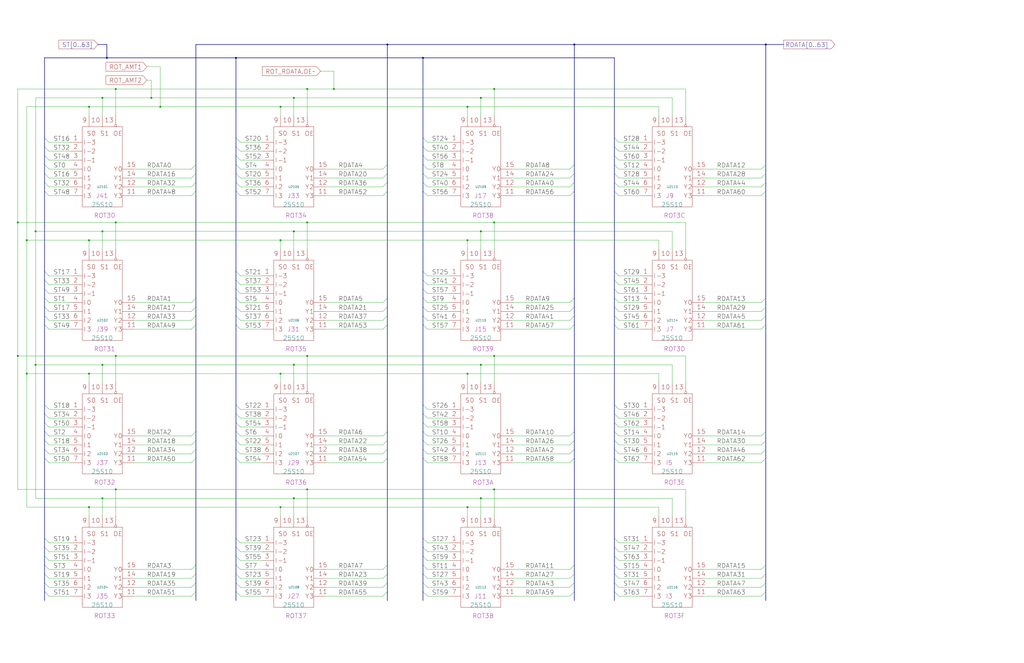
<source format=kicad_sch>
(kicad_sch (version 20211123) (generator eeschema)
  (paper "User" 584.2 378.46)
  (title_block (title "ROTATOR TIER 3") (date "20-MAR-90") (rev "1.0") (comment 1 "FIU") (comment 2 "232-003065") (comment 3 "S400") (comment 4 "RELEASED"))
  (junction (at 274.32 55.88))
  (junction (at 66.04 50.8))
  (junction (at 20.32 132.08))
  (junction (at 274.32 132.08))
  (junction (at 190.5 50.8))
  (junction (at 266.7 60.96))
  (junction (at 327.66 25.4))
  (junction (at 10.16 127))
  (junction (at 281.94 279.4))
  (junction (at 10.16 203.2))
  (junction (at 91.44 60.96))
  (junction (at 50.8 289.56))
  (junction (at 266.7 289.56))
  (junction (at 58.42 132.08))
  (junction (at 66.04 279.4))
  (junction (at 15.24 137.16))
  (junction (at 220.98 25.4))
  (junction (at 86.36 55.88))
  (junction (at 175.26 50.8))
  (junction (at 175.26 203.2))
  (junction (at 50.8 60.96))
  (junction (at 50.8 137.16))
  (junction (at 281.94 203.2))
  (junction (at 436.88 25.4))
  (junction (at 58.42 55.88))
  (junction (at 20.32 208.28))
  (junction (at 274.32 284.48))
  (junction (at 160.02 137.16))
  (junction (at 66.04 127))
  (junction (at 160.02 213.36))
  (junction (at 175.26 279.4))
  (junction (at 241.3 33.02))
  (junction (at 175.26 127))
  (junction (at 167.64 284.48))
  (junction (at 160.02 60.96))
  (junction (at 167.64 132.08))
  (junction (at 15.24 213.36))
  (junction (at 281.94 50.8))
  (junction (at 167.64 55.88))
  (junction (at 266.7 137.16))
  (junction (at 58.42 284.48))
  (junction (at 281.94 127))
  (junction (at 58.42 208.28))
  (junction (at 134.62 33.02))
  (junction (at 66.04 203.2))
  (junction (at 60.96 33.02))
  (junction (at 266.7 213.36))
  (junction (at 274.32 208.28))
  (junction (at 160.02 289.56))
  (junction (at 50.8 213.36))
  (junction (at 167.64 208.28))
  (bus_entry (at 436.88 332.74) (size -2.54 2.54))
  (bus_entry (at 241.3 170.18) (size 2.54 2.54))
  (bus_entry (at 241.3 256.54) (size 2.54 2.54))
  (bus_entry (at 25.4 312.42) (size 2.54 2.54))
  (bus_entry (at 241.3 337.82) (size 2.54 2.54))
  (bus_entry (at 111.76 256.54) (size -2.54 2.54))
  (bus_entry (at 350.52 175.26) (size 2.54 2.54))
  (bus_entry (at 134.62 165.1) (size 2.54 2.54))
  (bus_entry (at 111.76 93.98) (size -2.54 2.54))
  (bus_entry (at 436.88 170.18) (size -2.54 2.54))
  (bus_entry (at 25.4 104.14) (size 2.54 2.54))
  (bus_entry (at 327.66 93.98) (size -2.54 2.54))
  (bus_entry (at 134.62 180.34) (size 2.54 2.54))
  (bus_entry (at 241.3 93.98) (size 2.54 2.54))
  (bus_entry (at 327.66 337.82) (size -2.54 2.54))
  (bus_entry (at 350.52 170.18) (size 2.54 2.54))
  (bus_entry (at 220.98 261.62) (size -2.54 2.54))
  (bus_entry (at 134.62 322.58) (size 2.54 2.54))
  (bus_entry (at 241.3 327.66) (size 2.54 2.54))
  (bus_entry (at 350.52 185.42) (size 2.54 2.54))
  (bus_entry (at 25.4 261.62) (size 2.54 2.54))
  (bus_entry (at 241.3 78.74) (size 2.54 2.54))
  (bus_entry (at 220.98 322.58) (size -2.54 2.54))
  (bus_entry (at 220.98 170.18) (size -2.54 2.54))
  (bus_entry (at 350.52 241.3) (size 2.54 2.54))
  (bus_entry (at 241.3 251.46) (size 2.54 2.54))
  (bus_entry (at 327.66 170.18) (size -2.54 2.54))
  (bus_entry (at 350.52 246.38) (size 2.54 2.54))
  (bus_entry (at 220.98 99.06) (size -2.54 2.54))
  (bus_entry (at 25.4 317.5) (size 2.54 2.54))
  (bus_entry (at 241.3 246.38) (size 2.54 2.54))
  (bus_entry (at 25.4 231.14) (size 2.54 2.54))
  (bus_entry (at 327.66 185.42) (size -2.54 2.54))
  (bus_entry (at 350.52 332.74) (size 2.54 2.54))
  (bus_entry (at 436.88 256.54) (size -2.54 2.54))
  (bus_entry (at 241.3 317.5) (size 2.54 2.54))
  (bus_entry (at 25.4 307.34) (size 2.54 2.54))
  (bus_entry (at 220.98 109.22) (size -2.54 2.54))
  (bus_entry (at 241.3 180.34) (size 2.54 2.54))
  (bus_entry (at 241.3 104.14) (size 2.54 2.54))
  (bus_entry (at 220.98 180.34) (size -2.54 2.54))
  (bus_entry (at 327.66 180.34) (size -2.54 2.54))
  (bus_entry (at 25.4 109.22) (size 2.54 2.54))
  (bus_entry (at 327.66 261.62) (size -2.54 2.54))
  (bus_entry (at 350.52 261.62) (size 2.54 2.54))
  (bus_entry (at 350.52 88.9) (size 2.54 2.54))
  (bus_entry (at 134.62 93.98) (size 2.54 2.54))
  (bus_entry (at 241.3 165.1) (size 2.54 2.54))
  (bus_entry (at 241.3 88.9) (size 2.54 2.54))
  (bus_entry (at 350.52 180.34) (size 2.54 2.54))
  (bus_entry (at 241.3 241.3) (size 2.54 2.54))
  (bus_entry (at 436.88 327.66) (size -2.54 2.54))
  (bus_entry (at 327.66 251.46) (size -2.54 2.54))
  (bus_entry (at 25.4 251.46) (size 2.54 2.54))
  (bus_entry (at 241.3 261.62) (size 2.54 2.54))
  (bus_entry (at 436.88 322.58) (size -2.54 2.54))
  (bus_entry (at 220.98 332.74) (size -2.54 2.54))
  (bus_entry (at 241.3 307.34) (size 2.54 2.54))
  (bus_entry (at 350.52 154.94) (size 2.54 2.54))
  (bus_entry (at 134.62 307.34) (size 2.54 2.54))
  (bus_entry (at 111.76 322.58) (size -2.54 2.54))
  (bus_entry (at 134.62 251.46) (size 2.54 2.54))
  (bus_entry (at 350.52 78.74) (size 2.54 2.54))
  (bus_entry (at 111.76 175.26) (size -2.54 2.54))
  (bus_entry (at 350.52 256.54) (size 2.54 2.54))
  (bus_entry (at 350.52 104.14) (size 2.54 2.54))
  (bus_entry (at 241.3 322.58) (size 2.54 2.54))
  (bus_entry (at 350.52 327.66) (size 2.54 2.54))
  (bus_entry (at 241.3 236.22) (size 2.54 2.54))
  (bus_entry (at 436.88 109.22) (size -2.54 2.54))
  (bus_entry (at 220.98 337.82) (size -2.54 2.54))
  (bus_entry (at 350.52 93.98) (size 2.54 2.54))
  (bus_entry (at 25.4 160.02) (size 2.54 2.54))
  (bus_entry (at 436.88 99.06) (size -2.54 2.54))
  (bus_entry (at 350.52 317.5) (size 2.54 2.54))
  (bus_entry (at 241.3 154.94) (size 2.54 2.54))
  (bus_entry (at 111.76 251.46) (size -2.54 2.54))
  (bus_entry (at 111.76 332.74) (size -2.54 2.54))
  (bus_entry (at 220.98 175.26) (size -2.54 2.54))
  (bus_entry (at 220.98 104.14) (size -2.54 2.54))
  (bus_entry (at 25.4 88.9) (size 2.54 2.54))
  (bus_entry (at 436.88 246.38) (size -2.54 2.54))
  (bus_entry (at 134.62 256.54) (size 2.54 2.54))
  (bus_entry (at 134.62 231.14) (size 2.54 2.54))
  (bus_entry (at 25.4 246.38) (size 2.54 2.54))
  (bus_entry (at 134.62 312.42) (size 2.54 2.54))
  (bus_entry (at 25.4 170.18) (size 2.54 2.54))
  (bus_entry (at 134.62 160.02) (size 2.54 2.54))
  (bus_entry (at 25.4 175.26) (size 2.54 2.54))
  (bus_entry (at 241.3 83.82) (size 2.54 2.54))
  (bus_entry (at 241.3 185.42) (size 2.54 2.54))
  (bus_entry (at 350.52 312.42) (size 2.54 2.54))
  (bus_entry (at 25.4 165.1) (size 2.54 2.54))
  (bus_entry (at 134.62 327.66) (size 2.54 2.54))
  (bus_entry (at 436.88 251.46) (size -2.54 2.54))
  (bus_entry (at 25.4 337.82) (size 2.54 2.54))
  (bus_entry (at 241.3 312.42) (size 2.54 2.54))
  (bus_entry (at 241.3 175.26) (size 2.54 2.54))
  (bus_entry (at 134.62 185.42) (size 2.54 2.54))
  (bus_entry (at 25.4 322.58) (size 2.54 2.54))
  (bus_entry (at 25.4 327.66) (size 2.54 2.54))
  (bus_entry (at 134.62 109.22) (size 2.54 2.54))
  (bus_entry (at 111.76 109.22) (size -2.54 2.54))
  (bus_entry (at 134.62 337.82) (size 2.54 2.54))
  (bus_entry (at 350.52 99.06) (size 2.54 2.54))
  (bus_entry (at 25.4 185.42) (size 2.54 2.54))
  (bus_entry (at 111.76 261.62) (size -2.54 2.54))
  (bus_entry (at 350.52 307.34) (size 2.54 2.54))
  (bus_entry (at 327.66 322.58) (size -2.54 2.54))
  (bus_entry (at 134.62 78.74) (size 2.54 2.54))
  (bus_entry (at 220.98 251.46) (size -2.54 2.54))
  (bus_entry (at 350.52 231.14) (size 2.54 2.54))
  (bus_entry (at 436.88 175.26) (size -2.54 2.54))
  (bus_entry (at 350.52 236.22) (size 2.54 2.54))
  (bus_entry (at 350.52 160.02) (size 2.54 2.54))
  (bus_entry (at 25.4 83.82) (size 2.54 2.54))
  (bus_entry (at 111.76 337.82) (size -2.54 2.54))
  (bus_entry (at 220.98 327.66) (size -2.54 2.54))
  (bus_entry (at 350.52 109.22) (size 2.54 2.54))
  (bus_entry (at 327.66 175.26) (size -2.54 2.54))
  (bus_entry (at 241.3 231.14) (size 2.54 2.54))
  (bus_entry (at 220.98 185.42) (size -2.54 2.54))
  (bus_entry (at 25.4 256.54) (size 2.54 2.54))
  (bus_entry (at 241.3 109.22) (size 2.54 2.54))
  (bus_entry (at 327.66 246.38) (size -2.54 2.54))
  (bus_entry (at 111.76 170.18) (size -2.54 2.54))
  (bus_entry (at 327.66 104.14) (size -2.54 2.54))
  (bus_entry (at 327.66 256.54) (size -2.54 2.54))
  (bus_entry (at 25.4 332.74) (size 2.54 2.54))
  (bus_entry (at 436.88 180.34) (size -2.54 2.54))
  (bus_entry (at 25.4 93.98) (size 2.54 2.54))
  (bus_entry (at 350.52 83.82) (size 2.54 2.54))
  (bus_entry (at 134.62 170.18) (size 2.54 2.54))
  (bus_entry (at 134.62 104.14) (size 2.54 2.54))
  (bus_entry (at 111.76 104.14) (size -2.54 2.54))
  (bus_entry (at 25.4 236.22) (size 2.54 2.54))
  (bus_entry (at 436.88 261.62) (size -2.54 2.54))
  (bus_entry (at 436.88 104.14) (size -2.54 2.54))
  (bus_entry (at 134.62 261.62) (size 2.54 2.54))
  (bus_entry (at 350.52 165.1) (size 2.54 2.54))
  (bus_entry (at 134.62 175.26) (size 2.54 2.54))
  (bus_entry (at 134.62 246.38) (size 2.54 2.54))
  (bus_entry (at 134.62 317.5) (size 2.54 2.54))
  (bus_entry (at 241.3 99.06) (size 2.54 2.54))
  (bus_entry (at 25.4 78.74) (size 2.54 2.54))
  (bus_entry (at 111.76 185.42) (size -2.54 2.54))
  (bus_entry (at 134.62 241.3) (size 2.54 2.54))
  (bus_entry (at 241.3 160.02) (size 2.54 2.54))
  (bus_entry (at 327.66 327.66) (size -2.54 2.54))
  (bus_entry (at 134.62 99.06) (size 2.54 2.54))
  (bus_entry (at 25.4 99.06) (size 2.54 2.54))
  (bus_entry (at 134.62 236.22) (size 2.54 2.54))
  (bus_entry (at 134.62 154.94) (size 2.54 2.54))
  (bus_entry (at 134.62 88.9) (size 2.54 2.54))
  (bus_entry (at 220.98 93.98) (size -2.54 2.54))
  (bus_entry (at 25.4 180.34) (size 2.54 2.54))
  (bus_entry (at 350.52 337.82) (size 2.54 2.54))
  (bus_entry (at 134.62 83.82) (size 2.54 2.54))
  (bus_entry (at 111.76 327.66) (size -2.54 2.54))
  (bus_entry (at 25.4 241.3) (size 2.54 2.54))
  (bus_entry (at 436.88 185.42) (size -2.54 2.54))
  (bus_entry (at 134.62 332.74) (size 2.54 2.54))
  (bus_entry (at 111.76 180.34) (size -2.54 2.54))
  (bus_entry (at 111.76 246.38) (size -2.54 2.54))
  (bus_entry (at 436.88 93.98) (size -2.54 2.54))
  (bus_entry (at 350.52 322.58) (size 2.54 2.54))
  (bus_entry (at 327.66 99.06) (size -2.54 2.54))
  (bus_entry (at 220.98 256.54) (size -2.54 2.54))
  (bus_entry (at 350.52 251.46) (size 2.54 2.54))
  (bus_entry (at 111.76 99.06) (size -2.54 2.54))
  (bus_entry (at 241.3 332.74) (size 2.54 2.54))
  (bus_entry (at 436.88 337.82) (size -2.54 2.54))
  (bus_entry (at 25.4 154.94) (size 2.54 2.54))
  (bus_entry (at 327.66 332.74) (size -2.54 2.54))
  (bus_entry (at 327.66 109.22) (size -2.54 2.54))
  (bus_entry (at 220.98 246.38) (size -2.54 2.54))
  (wire (pts (xy 353.06 177.8) (xy 365.76 177.8)))
  (bus (pts (xy 350.52 160.02) (xy 350.52 165.1)))
  (bus (pts (xy 241.3 99.06) (xy 241.3 104.14)))
  (wire (pts (xy 167.64 132.08) (xy 167.64 142.24)))
  (bus (pts (xy 25.4 160.02) (xy 25.4 165.1)))
  (wire (pts (xy 266.7 289.56) (xy 266.7 294.64)))
  (bus (pts (xy 134.62 78.74) (xy 134.62 83.82)))
  (wire (pts (xy 292.1 325.12) (xy 325.12 325.12)))
  (wire (pts (xy 137.16 187.96) (xy 149.86 187.96)))
  (bus (pts (xy 241.3 322.58) (xy 241.3 327.66)))
  (wire (pts (xy 27.94 264.16) (xy 40.64 264.16)))
  (wire (pts (xy 50.8 137.16) (xy 50.8 142.24)))
  (bus (pts (xy 350.52 165.1) (xy 350.52 170.18)))
  (bus (pts (xy 350.52 307.34) (xy 350.52 312.42)))
  (bus (pts (xy 350.52 104.14) (xy 350.52 109.22)))
  (bus (pts (xy 436.88 322.58) (xy 436.88 327.66)))
  (bus (pts (xy 436.88 327.66) (xy 436.88 332.74)))
  (bus (pts (xy 25.4 236.22) (xy 25.4 241.3)))
  (bus (pts (xy 220.98 185.42) (xy 220.98 246.38)))
  (wire (pts (xy 243.84 101.6) (xy 256.54 101.6)))
  (wire (pts (xy 175.26 203.2) (xy 175.26 218.44)))
  (bus (pts (xy 134.62 185.42) (xy 134.62 231.14)))
  (wire (pts (xy 401.32 96.52) (xy 434.34 96.52)))
  (wire (pts (xy 383.54 55.88) (xy 383.54 66.04)))
  (bus (pts (xy 25.4 307.34) (xy 25.4 312.42)))
  (wire (pts (xy 281.94 203.2) (xy 281.94 218.44)))
  (wire (pts (xy 58.42 284.48) (xy 58.42 294.64)))
  (wire (pts (xy 243.84 330.2) (xy 256.54 330.2)))
  (wire (pts (xy 243.84 162.56) (xy 256.54 162.56)))
  (bus (pts (xy 436.88 99.06) (xy 436.88 104.14)))
  (wire (pts (xy 137.16 264.16) (xy 149.86 264.16)))
  (wire (pts (xy 243.84 340.36) (xy 256.54 340.36)))
  (bus (pts (xy 111.76 246.38) (xy 111.76 251.46)))
  (wire (pts (xy 76.2 172.72) (xy 109.22 172.72)))
  (wire (pts (xy 137.16 162.56) (xy 149.86 162.56)))
  (wire (pts (xy 58.42 55.88) (xy 58.42 66.04)))
  (wire (pts (xy 243.84 314.96) (xy 256.54 314.96)))
  (wire (pts (xy 391.16 50.8) (xy 391.16 66.04)))
  (wire (pts (xy 137.16 238.76) (xy 149.86 238.76)))
  (bus (pts (xy 241.3 307.34) (xy 241.3 312.42)))
  (bus (pts (xy 241.3 175.26) (xy 241.3 180.34)))
  (bus (pts (xy 134.62 99.06) (xy 134.62 104.14)))
  (wire (pts (xy 185.42 340.36) (xy 218.44 340.36)))
  (bus (pts (xy 350.52 322.58) (xy 350.52 327.66)))
  (bus (pts (xy 327.66 332.74) (xy 327.66 337.82)))
  (wire (pts (xy 15.24 60.96) (xy 50.8 60.96)))
  (wire (pts (xy 50.8 60.96) (xy 91.44 60.96)))
  (wire (pts (xy 50.8 289.56) (xy 15.24 289.56)))
  (wire (pts (xy 91.44 60.96) (xy 160.02 60.96)))
  (wire (pts (xy 160.02 60.96) (xy 266.7 60.96)))
  (wire (pts (xy 160.02 289.56) (xy 50.8 289.56)))
  (wire (pts (xy 266.7 60.96) (xy 375.92 60.96)))
  (wire (pts (xy 266.7 289.56) (xy 160.02 289.56)))
  (wire (pts (xy 375.92 289.56) (xy 266.7 289.56)))
  (wire (pts (xy 292.1 254) (xy 325.12 254)))
  (wire (pts (xy 353.06 162.56) (xy 365.76 162.56)))
  (bus (pts (xy 134.62 312.42) (xy 134.62 317.5)))
  (wire (pts (xy 27.94 335.28) (xy 40.64 335.28)))
  (bus (pts (xy 327.66 175.26) (xy 327.66 180.34)))
  (bus (pts (xy 327.66 180.34) (xy 327.66 185.42)))
  (wire (pts (xy 160.02 289.56) (xy 160.02 294.64)))
  (wire (pts (xy 401.32 177.8) (xy 434.34 177.8)))
  (wire (pts (xy 27.94 233.68) (xy 40.64 233.68)))
  (bus (pts (xy 241.3 231.14) (xy 241.3 236.22)))
  (bus (pts (xy 134.62 154.94) (xy 134.62 160.02)))
  (bus (pts (xy 220.98 175.26) (xy 220.98 180.34)))
  (wire (pts (xy 274.32 55.88) (xy 274.32 66.04)))
  (wire (pts (xy 185.42 177.8) (xy 218.44 177.8)))
  (wire (pts (xy 401.32 325.12) (xy 434.34 325.12)))
  (bus (pts (xy 25.4 332.74) (xy 25.4 337.82)))
  (bus (pts (xy 327.66 261.62) (xy 327.66 322.58)))
  (wire (pts (xy 292.1 96.52) (xy 325.12 96.52)))
  (wire (pts (xy 391.16 127) (xy 391.16 142.24)))
  (bus (pts (xy 350.52 109.22) (xy 350.52 154.94)))
  (bus (pts (xy 350.52 317.5) (xy 350.52 322.58)))
  (wire (pts (xy 353.06 182.88) (xy 365.76 182.88)))
  (wire (pts (xy 401.32 187.96) (xy 434.34 187.96)))
  (wire (pts (xy 27.94 182.88) (xy 40.64 182.88)))
  (bus (pts (xy 350.52 337.82) (xy 350.52 342.9)))
  (wire (pts (xy 353.06 314.96) (xy 365.76 314.96)))
  (wire (pts (xy 27.94 325.12) (xy 40.64 325.12)))
  (wire (pts (xy 353.06 91.44) (xy 365.76 91.44)))
  (bus (pts (xy 241.3 33.02) (xy 350.52 33.02)))
  (bus (pts (xy 436.88 25.4) (xy 436.88 93.98)))
  (bus (pts (xy 350.52 154.94) (xy 350.52 160.02)))
  (bus (pts (xy 25.4 33.02) (xy 25.4 78.74)))
  (wire (pts (xy 15.24 60.96) (xy 15.24 137.16)))
  (wire (pts (xy 15.24 137.16) (xy 15.24 213.36)))
  (wire (pts (xy 15.24 213.36) (xy 15.24 289.56)))
  (wire (pts (xy 50.8 213.36) (xy 15.24 213.36)))
  (wire (pts (xy 160.02 213.36) (xy 50.8 213.36)))
  (wire (pts (xy 266.7 213.36) (xy 160.02 213.36)))
  (wire (pts (xy 375.92 213.36) (xy 266.7 213.36)))
  (wire (pts (xy 137.16 254) (xy 149.86 254)))
  (bus (pts (xy 436.88 251.46) (xy 436.88 256.54)))
  (wire (pts (xy 185.42 111.76) (xy 218.44 111.76)))
  (wire (pts (xy 76.2 177.8) (xy 109.22 177.8)))
  (wire (pts (xy 292.1 177.8) (xy 325.12 177.8)))
  (bus (pts (xy 350.52 327.66) (xy 350.52 332.74)))
  (bus (pts (xy 111.76 185.42) (xy 111.76 246.38)))
  (wire (pts (xy 27.94 340.36) (xy 40.64 340.36)))
  (wire (pts (xy 243.84 243.84) (xy 256.54 243.84)))
  (bus (pts (xy 350.52 185.42) (xy 350.52 231.14)))
  (wire (pts (xy 185.42 259.08) (xy 218.44 259.08)))
  (bus (pts (xy 327.66 251.46) (xy 327.66 256.54)))
  (bus (pts (xy 241.3 33.02) (xy 241.3 78.74)))
  (wire (pts (xy 243.84 248.92) (xy 256.54 248.92)))
  (bus (pts (xy 327.66 246.38) (xy 327.66 251.46)))
  (bus (pts (xy 134.62 33.02) (xy 241.3 33.02)))
  (wire (pts (xy 353.06 335.28) (xy 365.76 335.28)))
  (bus (pts (xy 220.98 109.22) (xy 220.98 170.18)))
  (wire (pts (xy 27.94 96.52) (xy 40.64 96.52)))
  (bus (pts (xy 134.62 236.22) (xy 134.62 241.3)))
  (bus (pts (xy 25.4 165.1) (xy 25.4 170.18)))
  (wire (pts (xy 243.84 259.08) (xy 256.54 259.08)))
  (wire (pts (xy 401.32 106.68) (xy 434.34 106.68)))
  (wire (pts (xy 137.16 309.88) (xy 149.86 309.88)))
  (bus (pts (xy 241.3 327.66) (xy 241.3 332.74)))
  (wire (pts (xy 292.1 187.96) (xy 325.12 187.96)))
  (bus (pts (xy 436.88 93.98) (xy 436.88 99.06)))
  (bus (pts (xy 25.4 154.94) (xy 25.4 160.02)))
  (wire (pts (xy 20.32 208.28) (xy 58.42 208.28)))
  (wire (pts (xy 58.42 208.28) (xy 167.64 208.28)))
  (wire (pts (xy 167.64 208.28) (xy 274.32 208.28)))
  (wire (pts (xy 274.32 208.28) (xy 383.54 208.28)))
  (wire (pts (xy 391.16 279.4) (xy 391.16 294.64)))
  (wire (pts (xy 383.54 132.08) (xy 383.54 142.24)))
  (wire (pts (xy 243.84 177.8) (xy 256.54 177.8)))
  (wire (pts (xy 27.94 259.08) (xy 40.64 259.08)))
  (bus (pts (xy 327.66 327.66) (xy 327.66 332.74)))
  (bus (pts (xy 25.4 88.9) (xy 25.4 93.98)))
  (bus (pts (xy 111.76 322.58) (xy 111.76 327.66)))
  (bus (pts (xy 436.88 246.38) (xy 436.88 251.46)))
  (wire (pts (xy 353.06 248.92) (xy 365.76 248.92)))
  (wire (pts (xy 137.16 233.68) (xy 149.86 233.68)))
  (bus (pts (xy 350.52 256.54) (xy 350.52 261.62)))
  (wire (pts (xy 66.04 50.8) (xy 66.04 66.04)))
  (wire (pts (xy 76.2 325.12) (xy 109.22 325.12)))
  (bus (pts (xy 350.52 83.82) (xy 350.52 88.9)))
  (wire (pts (xy 243.84 264.16) (xy 256.54 264.16)))
  (bus (pts (xy 220.98 170.18) (xy 220.98 175.26)))
  (wire (pts (xy 137.16 81.28) (xy 149.86 81.28)))
  (wire (pts (xy 375.92 289.56) (xy 375.92 294.64)))
  (bus (pts (xy 134.62 180.34) (xy 134.62 185.42)))
  (bus (pts (xy 241.3 180.34) (xy 241.3 185.42)))
  (bus (pts (xy 134.62 33.02) (xy 134.62 78.74)))
  (wire (pts (xy 185.42 264.16) (xy 218.44 264.16)))
  (bus (pts (xy 436.88 337.82) (xy 436.88 342.9)))
  (bus (pts (xy 134.62 175.26) (xy 134.62 180.34)))
  (wire (pts (xy 401.32 101.6) (xy 434.34 101.6)))
  (bus (pts (xy 350.52 33.02) (xy 350.52 78.74)))
  (wire (pts (xy 20.32 132.08) (xy 58.42 132.08)))
  (wire (pts (xy 58.42 132.08) (xy 167.64 132.08)))
  (wire (pts (xy 167.64 132.08) (xy 274.32 132.08)))
  (wire (pts (xy 274.32 132.08) (xy 383.54 132.08)))
  (wire (pts (xy 353.06 101.6) (xy 365.76 101.6)))
  (bus (pts (xy 220.98 180.34) (xy 220.98 185.42)))
  (wire (pts (xy 175.26 127) (xy 175.26 142.24)))
  (bus (pts (xy 111.76 25.4) (xy 220.98 25.4)))
  (wire (pts (xy 167.64 284.48) (xy 167.64 294.64)))
  (bus (pts (xy 134.62 231.14) (xy 134.62 236.22)))
  (wire (pts (xy 175.26 50.8) (xy 175.26 66.04)))
  (wire (pts (xy 274.32 132.08) (xy 274.32 142.24)))
  (bus (pts (xy 25.4 231.14) (xy 25.4 236.22)))
  (bus (pts (xy 134.62 322.58) (xy 134.62 327.66)))
  (wire (pts (xy 27.94 167.64) (xy 40.64 167.64)))
  (bus (pts (xy 220.98 104.14) (xy 220.98 109.22)))
  (wire (pts (xy 401.32 254) (xy 434.34 254)))
  (wire (pts (xy 243.84 182.88) (xy 256.54 182.88)))
  (bus (pts (xy 25.4 246.38) (xy 25.4 251.46)))
  (wire (pts (xy 353.06 172.72) (xy 365.76 172.72)))
  (bus (pts (xy 241.3 170.18) (xy 241.3 175.26)))
  (bus (pts (xy 241.3 160.02) (xy 241.3 165.1)))
  (wire (pts (xy 27.94 86.36) (xy 40.64 86.36)))
  (bus (pts (xy 134.62 317.5) (xy 134.62 322.58)))
  (bus (pts (xy 25.4 322.58) (xy 25.4 327.66)))
  (wire (pts (xy 137.16 330.2) (xy 149.86 330.2)))
  (bus (pts (xy 241.3 332.74) (xy 241.3 337.82)))
  (wire (pts (xy 185.42 96.52) (xy 218.44 96.52)))
  (wire (pts (xy 243.84 309.88) (xy 256.54 309.88)))
  (wire (pts (xy 27.94 187.96) (xy 40.64 187.96)))
  (wire (pts (xy 137.16 111.76) (xy 149.86 111.76)))
  (wire (pts (xy 274.32 284.48) (xy 274.32 294.64)))
  (bus (pts (xy 111.76 337.82) (xy 111.76 342.9)))
  (wire (pts (xy 353.06 320.04) (xy 365.76 320.04)))
  (wire (pts (xy 66.04 127) (xy 66.04 142.24)))
  (bus (pts (xy 25.4 93.98) (xy 25.4 99.06)))
  (bus (pts (xy 241.3 261.62) (xy 241.3 307.34)))
  (wire (pts (xy 27.94 81.28) (xy 40.64 81.28)))
  (bus (pts (xy 134.62 109.22) (xy 134.62 154.94)))
  (wire (pts (xy 20.32 55.88) (xy 58.42 55.88)))
  (wire (pts (xy 20.32 132.08) (xy 20.32 55.88)))
  (wire (pts (xy 20.32 208.28) (xy 20.32 132.08)))
  (wire (pts (xy 20.32 284.48) (xy 20.32 208.28)))
  (wire (pts (xy 58.42 55.88) (xy 86.36 55.88)))
  (wire (pts (xy 58.42 284.48) (xy 20.32 284.48)))
  (wire (pts (xy 86.36 55.88) (xy 167.64 55.88)))
  (wire (pts (xy 167.64 55.88) (xy 274.32 55.88)))
  (wire (pts (xy 167.64 284.48) (xy 58.42 284.48)))
  (wire (pts (xy 274.32 55.88) (xy 383.54 55.88)))
  (wire (pts (xy 274.32 284.48) (xy 167.64 284.48)))
  (wire (pts (xy 383.54 284.48) (xy 274.32 284.48)))
  (wire (pts (xy 137.16 182.88) (xy 149.86 182.88)))
  (bus (pts (xy 25.4 180.34) (xy 25.4 185.42)))
  (bus (pts (xy 350.52 332.74) (xy 350.52 337.82)))
  (wire (pts (xy 167.64 208.28) (xy 167.64 218.44)))
  (bus (pts (xy 134.62 251.46) (xy 134.62 256.54)))
  (bus (pts (xy 327.66 337.82) (xy 327.66 342.9)))
  (wire (pts (xy 292.1 340.36) (xy 325.12 340.36)))
  (wire (pts (xy 266.7 137.16) (xy 266.7 142.24)))
  (wire (pts (xy 266.7 60.96) (xy 266.7 66.04)))
  (wire (pts (xy 27.94 238.76) (xy 40.64 238.76)))
  (bus (pts (xy 436.88 175.26) (xy 436.88 180.34)))
  (wire (pts (xy 76.2 254) (xy 109.22 254)))
  (bus (pts (xy 327.66 93.98) (xy 327.66 99.06)))
  (wire (pts (xy 83.82 38.1) (xy 91.44 38.1)))
  (wire (pts (xy 91.44 38.1) (xy 91.44 60.96)))
  (wire (pts (xy 391.16 203.2) (xy 391.16 218.44)))
  (wire (pts (xy 353.06 106.68) (xy 365.76 106.68)))
  (wire (pts (xy 292.1 101.6) (xy 325.12 101.6)))
  (bus (pts (xy 220.98 332.74) (xy 220.98 337.82)))
  (wire (pts (xy 243.84 111.76) (xy 256.54 111.76)))
  (bus (pts (xy 241.3 104.14) (xy 241.3 109.22)))
  (wire (pts (xy 50.8 213.36) (xy 50.8 218.44)))
  (wire (pts (xy 10.16 203.2) (xy 66.04 203.2)))
  (wire (pts (xy 66.04 203.2) (xy 175.26 203.2)))
  (wire (pts (xy 175.26 203.2) (xy 281.94 203.2)))
  (wire (pts (xy 281.94 203.2) (xy 391.16 203.2)))
  (bus (pts (xy 436.88 261.62) (xy 436.88 322.58)))
  (wire (pts (xy 76.2 335.28) (xy 109.22 335.28)))
  (wire (pts (xy 243.84 96.52) (xy 256.54 96.52)))
  (wire (pts (xy 76.2 330.2) (xy 109.22 330.2)))
  (bus (pts (xy 25.4 175.26) (xy 25.4 180.34)))
  (wire (pts (xy 401.32 259.08) (xy 434.34 259.08)))
  (wire (pts (xy 243.84 81.28) (xy 256.54 81.28)))
  (wire (pts (xy 266.7 213.36) (xy 266.7 218.44)))
  (wire (pts (xy 167.64 55.88) (xy 167.64 66.04)))
  (wire (pts (xy 76.2 264.16) (xy 109.22 264.16)))
  (wire (pts (xy 76.2 111.76) (xy 109.22 111.76)))
  (wire (pts (xy 353.06 81.28) (xy 365.76 81.28)))
  (wire (pts (xy 137.16 248.92) (xy 149.86 248.92)))
  (wire (pts (xy 292.1 259.08) (xy 325.12 259.08)))
  (wire (pts (xy 353.06 111.76) (xy 365.76 111.76)))
  (wire (pts (xy 401.32 182.88) (xy 434.34 182.88)))
  (wire (pts (xy 292.1 248.92) (xy 325.12 248.92)))
  (bus (pts (xy 241.3 312.42) (xy 241.3 317.5)))
  (bus (pts (xy 25.4 312.42) (xy 25.4 317.5)))
  (wire (pts (xy 27.94 162.56) (xy 40.64 162.56)))
  (bus (pts (xy 327.66 185.42) (xy 327.66 246.38)))
  (bus (pts (xy 241.3 256.54) (xy 241.3 261.62)))
  (wire (pts (xy 375.92 60.96) (xy 375.92 66.04)))
  (bus (pts (xy 241.3 251.46) (xy 241.3 256.54)))
  (wire (pts (xy 137.16 259.08) (xy 149.86 259.08)))
  (bus (pts (xy 25.4 104.14) (xy 25.4 109.22)))
  (wire (pts (xy 185.42 172.72) (xy 218.44 172.72)))
  (bus (pts (xy 25.4 33.02) (xy 60.96 33.02)))
  (bus (pts (xy 60.96 33.02) (xy 134.62 33.02)))
  (bus (pts (xy 436.88 109.22) (xy 436.88 170.18)))
  (bus (pts (xy 25.4 109.22) (xy 25.4 154.94)))
  (bus (pts (xy 134.62 241.3) (xy 134.62 246.38)))
  (wire (pts (xy 76.2 101.6) (xy 109.22 101.6)))
  (wire (pts (xy 243.84 254) (xy 256.54 254)))
  (bus (pts (xy 241.3 241.3) (xy 241.3 246.38)))
  (wire (pts (xy 292.1 264.16) (xy 325.12 264.16)))
  (bus (pts (xy 327.66 109.22) (xy 327.66 170.18)))
  (wire (pts (xy 27.94 248.92) (xy 40.64 248.92)))
  (bus (pts (xy 241.3 236.22) (xy 241.3 241.3)))
  (wire (pts (xy 281.94 127) (xy 281.94 142.24)))
  (bus (pts (xy 220.98 251.46) (xy 220.98 256.54)))
  (wire (pts (xy 185.42 187.96) (xy 218.44 187.96)))
  (wire (pts (xy 27.94 91.44) (xy 40.64 91.44)))
  (wire (pts (xy 353.06 243.84) (xy 365.76 243.84)))
  (bus (pts (xy 350.52 88.9) (xy 350.52 93.98)))
  (wire (pts (xy 353.06 259.08) (xy 365.76 259.08)))
  (wire (pts (xy 27.94 254) (xy 40.64 254)))
  (bus (pts (xy 25.4 256.54) (xy 25.4 261.62)))
  (bus (pts (xy 134.62 246.38) (xy 134.62 251.46)))
  (bus (pts (xy 220.98 93.98) (xy 220.98 99.06)))
  (wire (pts (xy 27.94 177.8) (xy 40.64 177.8)))
  (bus (pts (xy 220.98 256.54) (xy 220.98 261.62)))
  (wire (pts (xy 185.42 106.68) (xy 218.44 106.68)))
  (wire (pts (xy 274.32 208.28) (xy 274.32 218.44)))
  (wire (pts (xy 58.42 208.28) (xy 58.42 218.44)))
  (wire (pts (xy 353.06 238.76) (xy 365.76 238.76)))
  (wire (pts (xy 27.94 243.84) (xy 40.64 243.84)))
  (wire (pts (xy 137.16 86.36) (xy 149.86 86.36)))
  (bus (pts (xy 436.88 332.74) (xy 436.88 337.82)))
  (bus (pts (xy 327.66 170.18) (xy 327.66 175.26)))
  (wire (pts (xy 383.54 208.28) (xy 383.54 218.44)))
  (bus (pts (xy 350.52 180.34) (xy 350.52 185.42)))
  (wire (pts (xy 76.2 106.68) (xy 109.22 106.68)))
  (bus (pts (xy 134.62 83.82) (xy 134.62 88.9)))
  (wire (pts (xy 185.42 254) (xy 218.44 254)))
  (bus (pts (xy 241.3 78.74) (xy 241.3 83.82)))
  (wire (pts (xy 243.84 320.04) (xy 256.54 320.04)))
  (wire (pts (xy 137.16 101.6) (xy 149.86 101.6)))
  (wire (pts (xy 401.32 335.28) (xy 434.34 335.28)))
  (wire (pts (xy 185.42 248.92) (xy 218.44 248.92)))
  (wire (pts (xy 27.94 101.6) (xy 40.64 101.6)))
  (wire (pts (xy 292.1 172.72) (xy 325.12 172.72)))
  (bus (pts (xy 220.98 99.06) (xy 220.98 104.14)))
  (bus (pts (xy 350.52 261.62) (xy 350.52 307.34)))
  (wire (pts (xy 76.2 248.92) (xy 109.22 248.92)))
  (bus (pts (xy 241.3 165.1) (xy 241.3 170.18)))
  (bus (pts (xy 111.76 332.74) (xy 111.76 337.82)))
  (wire (pts (xy 137.16 91.44) (xy 149.86 91.44)))
  (wire (pts (xy 383.54 284.48) (xy 383.54 294.64)))
  (wire (pts (xy 401.32 111.76) (xy 434.34 111.76)))
  (wire (pts (xy 27.94 172.72) (xy 40.64 172.72)))
  (wire (pts (xy 185.42 335.28) (xy 218.44 335.28)))
  (bus (pts (xy 327.66 99.06) (xy 327.66 104.14)))
  (wire (pts (xy 27.94 330.2) (xy 40.64 330.2)))
  (bus (pts (xy 350.52 99.06) (xy 350.52 104.14)))
  (wire (pts (xy 243.84 335.28) (xy 256.54 335.28)))
  (wire (pts (xy 185.42 330.2) (xy 218.44 330.2)))
  (bus (pts (xy 134.62 88.9) (xy 134.62 93.98)))
  (bus (pts (xy 327.66 256.54) (xy 327.66 261.62)))
  (wire (pts (xy 50.8 289.56) (xy 50.8 294.64)))
  (wire (pts (xy 137.16 320.04) (xy 149.86 320.04)))
  (bus (pts (xy 134.62 332.74) (xy 134.62 337.82)))
  (wire (pts (xy 353.06 325.12) (xy 365.76 325.12)))
  (bus (pts (xy 241.3 109.22) (xy 241.3 154.94)))
  (bus (pts (xy 350.52 93.98) (xy 350.52 99.06)))
  (bus (pts (xy 25.4 170.18) (xy 25.4 175.26)))
  (bus (pts (xy 220.98 261.62) (xy 220.98 322.58)))
  (bus (pts (xy 25.4 241.3) (xy 25.4 246.38)))
  (bus (pts (xy 111.76 93.98) (xy 111.76 99.06)))
  (bus (pts (xy 436.88 25.4) (xy 447.04 25.4)))
  (wire (pts (xy 27.94 309.88) (xy 40.64 309.88)))
  (bus (pts (xy 241.3 337.82) (xy 241.3 342.9)))
  (wire (pts (xy 353.06 167.64) (xy 365.76 167.64)))
  (bus (pts (xy 25.4 337.82) (xy 25.4 342.9)))
  (wire (pts (xy 353.06 264.16) (xy 365.76 264.16)))
  (bus (pts (xy 111.76 261.62) (xy 111.76 322.58)))
  (wire (pts (xy 401.32 330.2) (xy 434.34 330.2)))
  (wire (pts (xy 292.1 106.68) (xy 325.12 106.68)))
  (bus (pts (xy 327.66 104.14) (xy 327.66 109.22)))
  (wire (pts (xy 353.06 254) (xy 365.76 254)))
  (wire (pts (xy 292.1 111.76) (xy 325.12 111.76)))
  (bus (pts (xy 241.3 317.5) (xy 241.3 322.58)))
  (wire (pts (xy 353.06 330.2) (xy 365.76 330.2)))
  (wire (pts (xy 375.92 137.16) (xy 375.92 142.24)))
  (bus (pts (xy 134.62 337.82) (xy 134.62 342.9)))
  (wire (pts (xy 137.16 335.28) (xy 149.86 335.28)))
  (wire (pts (xy 243.84 106.68) (xy 256.54 106.68)))
  (bus (pts (xy 241.3 88.9) (xy 241.3 93.98)))
  (bus (pts (xy 436.88 104.14) (xy 436.88 109.22)))
  (bus (pts (xy 220.98 25.4) (xy 327.66 25.4)))
  (bus (pts (xy 25.4 78.74) (xy 25.4 83.82)))
  (wire (pts (xy 137.16 314.96) (xy 149.86 314.96)))
  (wire (pts (xy 401.32 264.16) (xy 434.34 264.16)))
  (bus (pts (xy 436.88 170.18) (xy 436.88 175.26)))
  (bus (pts (xy 134.62 256.54) (xy 134.62 261.62)))
  (bus (pts (xy 350.52 312.42) (xy 350.52 317.5)))
  (wire (pts (xy 243.84 157.48) (xy 256.54 157.48)))
  (bus (pts (xy 241.3 246.38) (xy 241.3 251.46)))
  (wire (pts (xy 15.24 137.16) (xy 50.8 137.16)))
  (wire (pts (xy 50.8 137.16) (xy 160.02 137.16)))
  (wire (pts (xy 160.02 137.16) (xy 266.7 137.16)))
  (wire (pts (xy 266.7 137.16) (xy 375.92 137.16)))
  (bus (pts (xy 220.98 25.4) (xy 220.98 93.98)))
  (wire (pts (xy 27.94 111.76) (xy 40.64 111.76)))
  (bus (pts (xy 350.52 246.38) (xy 350.52 251.46)))
  (bus (pts (xy 25.4 185.42) (xy 25.4 231.14)))
  (bus (pts (xy 350.52 78.74) (xy 350.52 83.82)))
  (wire (pts (xy 292.1 335.28) (xy 325.12 335.28)))
  (wire (pts (xy 292.1 330.2) (xy 325.12 330.2)))
  (bus (pts (xy 134.62 104.14) (xy 134.62 109.22)))
  (wire (pts (xy 160.02 137.16) (xy 160.02 142.24)))
  (wire (pts (xy 353.06 157.48) (xy 365.76 157.48)))
  (wire (pts (xy 353.06 340.36) (xy 365.76 340.36)))
  (wire (pts (xy 137.16 167.64) (xy 149.86 167.64)))
  (bus (pts (xy 134.62 307.34) (xy 134.62 312.42)))
  (wire (pts (xy 66.04 203.2) (xy 66.04 218.44)))
  (wire (pts (xy 281.94 50.8) (xy 281.94 66.04)))
  (wire (pts (xy 137.16 157.48) (xy 149.86 157.48)))
  (bus (pts (xy 350.52 236.22) (xy 350.52 241.3)))
  (wire (pts (xy 401.32 340.36) (xy 434.34 340.36)))
  (bus (pts (xy 220.98 327.66) (xy 220.98 332.74)))
  (wire (pts (xy 243.84 167.64) (xy 256.54 167.64)))
  (bus (pts (xy 350.52 241.3) (xy 350.52 246.38)))
  (wire (pts (xy 58.42 132.08) (xy 58.42 142.24)))
  (wire (pts (xy 76.2 96.52) (xy 109.22 96.52)))
  (bus (pts (xy 436.88 185.42) (xy 436.88 246.38)))
  (wire (pts (xy 160.02 213.36) (xy 160.02 218.44)))
  (wire (pts (xy 375.92 213.36) (xy 375.92 218.44)))
  (bus (pts (xy 327.66 25.4) (xy 436.88 25.4)))
  (bus (pts (xy 111.76 251.46) (xy 111.76 256.54)))
  (bus (pts (xy 220.98 337.82) (xy 220.98 342.9)))
  (bus (pts (xy 350.52 170.18) (xy 350.52 175.26)))
  (wire (pts (xy 281.94 279.4) (xy 281.94 294.64)))
  (wire (pts (xy 185.42 101.6) (xy 218.44 101.6)))
  (bus (pts (xy 25.4 99.06) (xy 25.4 104.14)))
  (wire (pts (xy 175.26 279.4) (xy 175.26 294.64)))
  (wire (pts (xy 27.94 320.04) (xy 40.64 320.04)))
  (bus (pts (xy 241.3 185.42) (xy 241.3 231.14)))
  (wire (pts (xy 243.84 325.12) (xy 256.54 325.12)))
  (wire (pts (xy 137.16 106.68) (xy 149.86 106.68)))
  (bus (pts (xy 111.76 104.14) (xy 111.76 109.22)))
  (bus (pts (xy 25.4 317.5) (xy 25.4 322.58)))
  (wire (pts (xy 27.94 157.48) (xy 40.64 157.48)))
  (wire (pts (xy 353.06 233.68) (xy 365.76 233.68)))
  (wire (pts (xy 137.16 177.8) (xy 149.86 177.8)))
  (bus (pts (xy 134.62 261.62) (xy 134.62 307.34)))
  (wire (pts (xy 83.82 45.72) (xy 86.36 45.72)))
  (wire (pts (xy 86.36 45.72) (xy 86.36 55.88)))
  (wire (pts (xy 76.2 182.88) (xy 109.22 182.88)))
  (bus (pts (xy 350.52 231.14) (xy 350.52 236.22)))
  (bus (pts (xy 111.76 25.4) (xy 111.76 93.98)))
  (wire (pts (xy 137.16 340.36) (xy 149.86 340.36)))
  (bus (pts (xy 134.62 93.98) (xy 134.62 99.06)))
  (wire (pts (xy 401.32 172.72) (xy 434.34 172.72)))
  (wire (pts (xy 137.16 96.52) (xy 149.86 96.52)))
  (wire (pts (xy 76.2 187.96) (xy 109.22 187.96)))
  (bus (pts (xy 350.52 175.26) (xy 350.52 180.34)))
  (wire (pts (xy 243.84 187.96) (xy 256.54 187.96)))
  (bus (pts (xy 25.4 251.46) (xy 25.4 256.54)))
  (bus (pts (xy 111.76 99.06) (xy 111.76 104.14)))
  (bus (pts (xy 134.62 170.18) (xy 134.62 175.26)))
  (bus (pts (xy 25.4 261.62) (xy 25.4 307.34)))
  (wire (pts (xy 353.06 309.88) (xy 365.76 309.88)))
  (wire (pts (xy 27.94 106.68) (xy 40.64 106.68)))
  (wire (pts (xy 185.42 182.88) (xy 218.44 182.88)))
  (wire (pts (xy 10.16 127) (xy 66.04 127)))
  (wire (pts (xy 66.04 127) (xy 175.26 127)))
  (wire (pts (xy 175.26 127) (xy 281.94 127)))
  (wire (pts (xy 281.94 127) (xy 391.16 127)))
  (wire (pts (xy 243.84 238.76) (xy 256.54 238.76)))
  (bus (pts (xy 111.76 170.18) (xy 111.76 175.26)))
  (wire (pts (xy 401.32 248.92) (xy 434.34 248.92)))
  (bus (pts (xy 134.62 327.66) (xy 134.62 332.74)))
  (bus (pts (xy 220.98 322.58) (xy 220.98 327.66)))
  (bus (pts (xy 436.88 180.34) (xy 436.88 185.42)))
  (bus (pts (xy 220.98 246.38) (xy 220.98 251.46)))
  (wire (pts (xy 182.88 40.64) (xy 190.5 40.64)))
  (wire (pts (xy 190.5 40.64) (xy 190.5 50.8)))
  (wire (pts (xy 137.16 325.12) (xy 149.86 325.12)))
  (wire (pts (xy 353.06 86.36) (xy 365.76 86.36)))
  (wire (pts (xy 353.06 96.52) (xy 365.76 96.52)))
  (wire (pts (xy 76.2 340.36) (xy 109.22 340.36)))
  (wire (pts (xy 27.94 314.96) (xy 40.64 314.96)))
  (bus (pts (xy 327.66 322.58) (xy 327.66 327.66)))
  (bus (pts (xy 111.76 109.22) (xy 111.76 170.18)))
  (bus (pts (xy 134.62 165.1) (xy 134.62 170.18)))
  (bus (pts (xy 55.88 25.4) (xy 60.96 25.4)))
  (bus (pts (xy 60.96 25.4) (xy 60.96 33.02)))
  (wire (pts (xy 10.16 50.8) (xy 10.16 127)))
  (wire (pts (xy 10.16 127) (xy 10.16 203.2)))
  (wire (pts (xy 10.16 203.2) (xy 10.16 279.4)))
  (wire (pts (xy 10.16 279.4) (xy 66.04 279.4)))
  (wire (pts (xy 66.04 50.8) (xy 10.16 50.8)))
  (wire (pts (xy 66.04 279.4) (xy 175.26 279.4)))
  (wire (pts (xy 175.26 50.8) (xy 66.04 50.8)))
  (wire (pts (xy 175.26 279.4) (xy 281.94 279.4)))
  (wire (pts (xy 190.5 50.8) (xy 175.26 50.8)))
  (wire (pts (xy 281.94 50.8) (xy 190.5 50.8)))
  (wire (pts (xy 281.94 279.4) (xy 391.16 279.4)))
  (wire (pts (xy 391.16 50.8) (xy 281.94 50.8)))
  (wire (pts (xy 50.8 60.96) (xy 50.8 66.04)))
  (wire (pts (xy 243.84 233.68) (xy 256.54 233.68)))
  (bus (pts (xy 241.3 93.98) (xy 241.3 99.06)))
  (bus (pts (xy 350.52 251.46) (xy 350.52 256.54)))
  (bus (pts (xy 25.4 83.82) (xy 25.4 88.9)))
  (wire (pts (xy 243.84 91.44) (xy 256.54 91.44)))
  (wire (pts (xy 76.2 259.08) (xy 109.22 259.08)))
  (bus (pts (xy 134.62 160.02) (xy 134.62 165.1)))
  (bus (pts (xy 327.66 25.4) (xy 327.66 93.98)))
  (wire (pts (xy 243.84 172.72) (xy 256.54 172.72)))
  (bus (pts (xy 436.88 256.54) (xy 436.88 261.62)))
  (wire (pts (xy 292.1 182.88) (xy 325.12 182.88)))
  (bus (pts (xy 111.76 327.66) (xy 111.76 332.74)))
  (wire (pts (xy 137.16 172.72) (xy 149.86 172.72)))
  (bus (pts (xy 241.3 154.94) (xy 241.3 160.02)))
  (wire (pts (xy 160.02 60.96) (xy 160.02 66.04)))
  (bus (pts (xy 25.4 327.66) (xy 25.4 332.74)))
  (wire (pts (xy 185.42 325.12) (xy 218.44 325.12)))
  (wire (pts (xy 137.16 243.84) (xy 149.86 243.84)))
  (bus (pts (xy 111.76 256.54) (xy 111.76 261.62)))
  (wire (pts (xy 243.84 86.36) (xy 256.54 86.36)))
  (wire (pts (xy 353.06 187.96) (xy 365.76 187.96)))
  (bus (pts (xy 111.76 175.26) (xy 111.76 180.34)))
  (wire (pts (xy 66.04 279.4) (xy 66.04 294.64)))
  (bus (pts (xy 111.76 180.34) (xy 111.76 185.42)))
  (bus (pts (xy 241.3 83.82) (xy 241.3 88.9)))
  (label "ST25" (at 246.38 177.8 0) (effects (font (size 2.54 2.54))))
  (label "ST62" (at 355.6 264.16 0) (effects (font (size 2.54 2.54))))
  (label "RDATA59" (at 299.72 340.36 0) (effects (font (size 2.54 2.54))))
  (label "ST51" (at 30.48 320.04 0) (effects (font (size 2.54 2.54))))
  (label "ST50" (at 30.48 243.84 0) (effects (font (size 2.54 2.54))))
  (label "ST36" (at 139.7 106.68 0) (effects (font (size 2.54 2.54))))
  (label "RDATA0" (at 83.82 96.52 0) (effects (font (size 2.54 2.54))))
  (label "RDATA51" (at 83.82 340.36 0) (effects (font (size 2.54 2.54))))
  (label "ST40" (at 246.38 86.36 0) (effects (font (size 2.54 2.54))))
  (label "ST23" (at 139.7 330.2 0) (effects (font (size 2.54 2.54))))
  (label "RDATA42" (at 299.72 259.08 0) (effects (font (size 2.54 2.54))))
  (label "ST59" (at 246.38 340.36 0) (effects (font (size 2.54 2.54))))
  (label "ST24" (at 246.38 101.6 0) (effects (font (size 2.54 2.54))))
  (label "RDATA55" (at 193.04 340.36 0) (effects (font (size 2.54 2.54))))
  (label "ST51" (at 30.48 340.36 0) (effects (font (size 2.54 2.54))))
  (label "ST47" (at 355.6 335.28 0) (effects (font (size 2.54 2.54))))
  (label "RDATA48" (at 83.82 111.76 0) (effects (font (size 2.54 2.54))))
  (label "RDATA58" (at 299.72 264.16 0) (effects (font (size 2.54 2.54))))
  (label "ST5" (at 139.7 172.72 0) (effects (font (size 2.54 2.54))))
  (label "ST15" (at 355.6 325.12 0) (effects (font (size 2.54 2.54))))
  (label "RDATA29" (at 408.94 177.8 0) (effects (font (size 2.54 2.54))))
  (label "RDATA18" (at 83.82 254 0) (effects (font (size 2.54 2.54))))
  (label "ST49" (at 30.48 167.64 0) (effects (font (size 2.54 2.54))))
  (label "RDATA14" (at 408.94 248.92 0) (effects (font (size 2.54 2.54))))
  (label "RDATA4" (at 193.04 96.52 0) (effects (font (size 2.54 2.54))))
  (label "RDATA50" (at 83.82 264.16 0) (effects (font (size 2.54 2.54))))
  (label "ST9" (at 246.38 172.72 0) (effects (font (size 2.54 2.54))))
  (label "ST44" (at 355.6 86.36 0) (effects (font (size 2.54 2.54))))
  (label "RDATA17" (at 83.82 177.8 0) (effects (font (size 2.54 2.54))))
  (label "ST32" (at 30.48 106.68 0) (effects (font (size 2.54 2.54))))
  (label "ST12" (at 355.6 96.52 0) (effects (font (size 2.54 2.54))))
  (label "ST22" (at 139.7 254 0) (effects (font (size 2.54 2.54))))
  (label "ST17" (at 30.48 177.8 0) (effects (font (size 2.54 2.54))))
  (label "ST41" (at 246.38 182.88 0) (effects (font (size 2.54 2.54))))
  (label "ST47" (at 355.6 314.96 0) (effects (font (size 2.54 2.54))))
  (label "RDATA53" (at 193.04 187.96 0) (effects (font (size 2.54 2.54))))
  (label "RDATA35" (at 83.82 335.28 0) (effects (font (size 2.54 2.54))))
  (label "ST0" (at 30.48 96.52 0) (effects (font (size 2.54 2.54))))
  (label "RDATA1" (at 83.82 172.72 0) (effects (font (size 2.54 2.54))))
  (label "RDATA37" (at 193.04 182.88 0) (effects (font (size 2.54 2.54))))
  (label "ST56" (at 246.38 111.76 0) (effects (font (size 2.54 2.54))))
  (label "ST19" (at 30.48 309.88 0) (effects (font (size 2.54 2.54))))
  (label "ST32" (at 30.48 86.36 0) (effects (font (size 2.54 2.54))))
  (label "ST8" (at 246.38 96.52 0) (effects (font (size 2.54 2.54))))
  (label "ST26" (at 246.38 254 0) (effects (font (size 2.54 2.54))))
  (label "ST38" (at 139.7 259.08 0) (effects (font (size 2.54 2.54))))
  (label "ST17" (at 30.48 157.48 0) (effects (font (size 2.54 2.54))))
  (label "RDATA57" (at 299.72 187.96 0) (effects (font (size 2.54 2.54))))
  (label "ST30" (at 355.6 233.68 0) (effects (font (size 2.54 2.54))))
  (label "ST6" (at 139.7 248.92 0) (effects (font (size 2.54 2.54))))
  (label "ST57" (at 246.38 167.64 0) (effects (font (size 2.54 2.54))))
  (label "ST3" (at 30.48 325.12 0) (effects (font (size 2.54 2.54))))
  (label "ST34" (at 30.48 259.08 0) (effects (font (size 2.54 2.54))))
  (label "RDATA62" (at 408.94 264.16 0) (effects (font (size 2.54 2.54))))
  (label "ST52" (at 139.7 91.44 0) (effects (font (size 2.54 2.54))))
  (label "ST29" (at 355.6 177.8 0) (effects (font (size 2.54 2.54))))
  (label "ST34" (at 30.48 238.76 0) (effects (font (size 2.54 2.54))))
  (label "RDATA46" (at 408.94 259.08 0) (effects (font (size 2.54 2.54))))
  (label "RDATA41" (at 299.72 182.88 0) (effects (font (size 2.54 2.54))))
  (label "RDATA63" (at 408.94 340.36 0) (effects (font (size 2.54 2.54))))
  (label "ST46" (at 355.6 259.08 0) (effects (font (size 2.54 2.54))))
  (label "RDATA25" (at 299.72 177.8 0) (effects (font (size 2.54 2.54))))
  (label "ST54" (at 139.7 264.16 0) (effects (font (size 2.54 2.54))))
  (label "ST63" (at 355.6 340.36 0) (effects (font (size 2.54 2.54))))
  (label "ST42" (at 246.38 259.08 0) (effects (font (size 2.54 2.54))))
  (label "ST20" (at 139.7 101.6 0) (effects (font (size 2.54 2.54))))
  (label "ST43" (at 246.38 335.28 0) (effects (font (size 2.54 2.54))))
  (label "ST19" (at 30.48 330.2 0) (effects (font (size 2.54 2.54))))
  (label "ST28" (at 355.6 81.28 0) (effects (font (size 2.54 2.54))))
  (label "RDATA9" (at 299.72 172.72 0) (effects (font (size 2.54 2.54))))
  (label "ST60" (at 355.6 111.76 0) (effects (font (size 2.54 2.54))))
  (label "RDATA45" (at 408.94 182.88 0) (effects (font (size 2.54 2.54))))
  (label "RDATA11" (at 299.72 325.12 0) (effects (font (size 2.54 2.54))))
  (label "ST45" (at 355.6 182.88 0) (effects (font (size 2.54 2.54))))
  (label "ST24" (at 246.38 81.28 0) (effects (font (size 2.54 2.54))))
  (label "RDATA21" (at 193.04 177.8 0) (effects (font (size 2.54 2.54))))
  (label "ST61" (at 355.6 167.64 0) (effects (font (size 2.54 2.54))))
  (label "RDATA22" (at 193.04 254 0) (effects (font (size 2.54 2.54))))
  (label "ST21" (at 139.7 177.8 0) (effects (font (size 2.54 2.54))))
  (label "ST23" (at 139.7 309.88 0) (effects (font (size 2.54 2.54))))
  (label "ST7" (at 139.7 325.12 0) (effects (font (size 2.54 2.54))))
  (label "ST29" (at 355.6 157.48 0) (effects (font (size 2.54 2.54))))
  (label "RDATA6" (at 193.04 248.92 0) (effects (font (size 2.54 2.54))))
  (label "ST54" (at 139.7 243.84 0) (effects (font (size 2.54 2.54))))
  (label "ST59" (at 246.38 320.04 0) (effects (font (size 2.54 2.54))))
  (label "ST53" (at 139.7 167.64 0) (effects (font (size 2.54 2.54))))
  (label "RDATA30" (at 408.94 254 0) (effects (font (size 2.54 2.54))))
  (label "RDATA23" (at 193.04 330.2 0) (effects (font (size 2.54 2.54))))
  (label "RDATA10" (at 299.72 248.92 0) (effects (font (size 2.54 2.54))))
  (label "ST42" (at 246.38 238.76 0) (effects (font (size 2.54 2.54))))
  (label "ST13" (at 355.6 172.72 0) (effects (font (size 2.54 2.54))))
  (label "ST22" (at 139.7 233.68 0) (effects (font (size 2.54 2.54))))
  (label "ST1" (at 30.48 172.72 0) (effects (font (size 2.54 2.54))))
  (label "RDATA32" (at 83.82 106.68 0) (effects (font (size 2.54 2.54))))
  (label "ST26" (at 246.38 233.68 0) (effects (font (size 2.54 2.54))))
  (label "ST46" (at 355.6 238.76 0) (effects (font (size 2.54 2.54))))
  (label "RDATA49" (at 83.82 187.96 0) (effects (font (size 2.54 2.54))))
  (label "RDATA40" (at 299.72 106.68 0) (effects (font (size 2.54 2.54))))
  (label "ST18" (at 30.48 233.68 0) (effects (font (size 2.54 2.54))))
  (label "RDATA44" (at 408.94 106.68 0) (effects (font (size 2.54 2.54))))
  (label "ST57" (at 246.38 187.96 0) (effects (font (size 2.54 2.54))))
  (label "ST37" (at 139.7 182.88 0) (effects (font (size 2.54 2.54))))
  (label "RDATA34" (at 83.82 259.08 0) (effects (font (size 2.54 2.54))))
  (label "ST36" (at 139.7 86.36 0) (effects (font (size 2.54 2.54))))
  (label "ST16" (at 30.48 81.28 0) (effects (font (size 2.54 2.54))))
  (label "RDATA54" (at 193.04 264.16 0) (effects (font (size 2.54 2.54))))
  (label "ST39" (at 139.7 314.96 0) (effects (font (size 2.54 2.54))))
  (label "ST60" (at 355.6 91.44 0) (effects (font (size 2.54 2.54))))
  (label "ST62" (at 355.6 243.84 0) (effects (font (size 2.54 2.54))))
  (label "RDATA8" (at 299.72 96.52 0) (effects (font (size 2.54 2.54))))
  (label "RDATA24" (at 299.72 101.6 0) (effects (font (size 2.54 2.54))))
  (label "ST28" (at 355.6 101.6 0) (effects (font (size 2.54 2.54))))
  (label "ST50" (at 30.48 264.16 0) (effects (font (size 2.54 2.54))))
  (label "ST25" (at 246.38 157.48 0) (effects (font (size 2.54 2.54))))
  (label "RDATA61" (at 408.94 187.96 0) (effects (font (size 2.54 2.54))))
  (label "ST18" (at 30.48 254 0) (effects (font (size 2.54 2.54))))
  (label "RDATA33" (at 83.82 182.88 0) (effects (font (size 2.54 2.54))))
  (label "ST48" (at 30.48 111.76 0) (effects (font (size 2.54 2.54))))
  (label "ST55" (at 139.7 320.04 0) (effects (font (size 2.54 2.54))))
  (label "ST37" (at 139.7 162.56 0) (effects (font (size 2.54 2.54))))
  (label "ST31" (at 355.6 309.88 0) (effects (font (size 2.54 2.54))))
  (label "RDATA3" (at 83.82 325.12 0) (effects (font (size 2.54 2.54))))
  (label "ST53" (at 139.7 187.96 0) (effects (font (size 2.54 2.54))))
  (label "ST61" (at 355.6 187.96 0) (effects (font (size 2.54 2.54))))
  (label "RDATA28" (at 408.94 101.6 0) (effects (font (size 2.54 2.54))))
  (label "ST16" (at 30.48 101.6 0) (effects (font (size 2.54 2.54))))
  (label "ST63" (at 355.6 320.04 0) (effects (font (size 2.54 2.54))))
  (label "RDATA16" (at 83.82 101.6 0) (effects (font (size 2.54 2.54))))
  (label "ST27" (at 246.38 330.2 0) (effects (font (size 2.54 2.54))))
  (label "RDATA36" (at 193.04 106.68 0) (effects (font (size 2.54 2.54))))
  (label "ST43" (at 246.38 314.96 0) (effects (font (size 2.54 2.54))))
  (label "RDATA52" (at 193.04 111.76 0) (effects (font (size 2.54 2.54))))
  (label "RDATA19" (at 83.82 330.2 0) (effects (font (size 2.54 2.54))))
  (label "RDATA2" (at 83.82 248.92 0) (effects (font (size 2.54 2.54))))
  (label "ST4" (at 139.7 96.52 0) (effects (font (size 2.54 2.54))))
  (label "RDATA43" (at 299.72 335.28 0) (effects (font (size 2.54 2.54))))
  (label "ST44" (at 355.6 106.68 0) (effects (font (size 2.54 2.54))))
  (label "ST10" (at 246.38 248.92 0) (effects (font (size 2.54 2.54))))
  (label "RDATA7" (at 193.04 325.12 0) (effects (font (size 2.54 2.54))))
  (label "RDATA26" (at 299.72 254 0) (effects (font (size 2.54 2.54))))
  (label "ST48" (at 30.48 91.44 0) (effects (font (size 2.54 2.54))))
  (label "RDATA60" (at 408.94 111.76 0) (effects (font (size 2.54 2.54))))
  (label "RDATA20" (at 193.04 101.6 0) (effects (font (size 2.54 2.54))))
  (label "RDATA15" (at 408.94 325.12 0) (effects (font (size 2.54 2.54))))
  (label "RDATA5" (at 193.04 172.72 0) (effects (font (size 2.54 2.54))))
  (label "ST40" (at 246.38 106.68 0) (effects (font (size 2.54 2.54))))
  (label "ST56" (at 246.38 91.44 0) (effects (font (size 2.54 2.54))))
  (label "ST33" (at 30.48 182.88 0) (effects (font (size 2.54 2.54))))
  (label "ST33" (at 30.48 162.56 0) (effects (font (size 2.54 2.54))))
  (label "ST2" (at 30.48 248.92 0) (effects (font (size 2.54 2.54))))
  (label "ST39" (at 139.7 335.28 0) (effects (font (size 2.54 2.54))))
  (label "RDATA13" (at 408.94 172.72 0) (effects (font (size 2.54 2.54))))
  (label "ST38" (at 139.7 238.76 0) (effects (font (size 2.54 2.54))))
  (label "RDATA56" (at 299.72 111.76 0) (effects (font (size 2.54 2.54))))
  (label "ST35" (at 30.48 335.28 0) (effects (font (size 2.54 2.54))))
  (label "RDATA47" (at 408.94 335.28 0) (effects (font (size 2.54 2.54))))
  (label "ST41" (at 246.38 162.56 0) (effects (font (size 2.54 2.54))))
  (label "ST30" (at 355.6 254 0) (effects (font (size 2.54 2.54))))
  (label "ST11" (at 246.38 325.12 0) (effects (font (size 2.54 2.54))))
  (label "ST35" (at 30.48 314.96 0) (effects (font (size 2.54 2.54))))
  (label "ST58" (at 246.38 264.16 0) (effects (font (size 2.54 2.54))))
  (label "RDATA38" (at 193.04 259.08 0) (effects (font (size 2.54 2.54))))
  (label "ST31" (at 355.6 330.2 0) (effects (font (size 2.54 2.54))))
  (label "ST21" (at 139.7 157.48 0) (effects (font (size 2.54 2.54))))
  (label "RDATA12" (at 408.94 96.52 0) (effects (font (size 2.54 2.54))))
  (label "RDATA27" (at 299.72 330.2 0) (effects (font (size 2.54 2.54))))
  (label "ST45" (at 355.6 162.56 0) (effects (font (size 2.54 2.54))))
  (label "ST14" (at 355.6 248.92 0) (effects (font (size 2.54 2.54))))
  (label "ST27" (at 246.38 309.88 0) (effects (font (size 2.54 2.54))))
  (label "ST49" (at 30.48 187.96 0) (effects (font (size 2.54 2.54))))
  (label "RDATA31" (at 408.94 330.2 0) (effects (font (size 2.54 2.54))))
  (label "RDATA39" (at 193.04 335.28 0) (effects (font (size 2.54 2.54))))
  (label "ST58" (at 246.38 243.84 0) (effects (font (size 2.54 2.54))))
  (label "ST52" (at 139.7 111.76 0) (effects (font (size 2.54 2.54))))
  (label "ST55" (at 139.7 340.36 0) (effects (font (size 2.54 2.54))))
  (label "ST20" (at 139.7 81.28 0) (effects (font (size 2.54 2.54))))
  (global_label "ROT_AMT2" (shape input) (at 83.82 45.72 180) (effects (font (size 2.54 2.54))) (property "Intersheet References" "${INTERSHEET_REFS}" (at 60.4883 45.5613 0) (effects (font (size 2.54 2.54)) (justify right))))
  (global_label "ROT_AMT1" (shape input) (at 83.82 38.1 180) (effects (font (size 2.54 2.54))) (property "Intersheet References" "${INTERSHEET_REFS}" (at 60.4883 37.9413 0) (effects (font (size 2.54 2.54)) (justify right))))
  (global_label "RDATA[0..63]" (shape output) (at 447.04 25.4 0) (effects (font (size 2.54 2.54))) (property "Intersheet References" "${INTERSHEET_REFS}" (at 476.2984 25.2413 0) (effects (font (size 2.54 2.54)) (justify left))))
  (global_label "ROT_RDATA.OE~" (shape input) (at 182.88 40.64 180) (effects (font (size 2.54 2.54))) (property "Intersheet References" "${INTERSHEET_REFS}" (at 149.6302 40.4813 0) (effects (font (size 2.54 2.54)) (justify right))))
  (global_label "ST[0..63]" (shape input) (at 55.88 25.4 180) (effects (font (size 2.54 2.54))) (property "Intersheet References" "${INTERSHEET_REFS}" (at 33.6369 25.2413 0) (effects (font (size 2.54 2.54)) (justify right))))
  (symbol (lib_id "r1000:25S10") (at 165.1 264.16 0) (unit 1)
    (property "Reference" "U2107" (at 167.64 259.08 0))
    (property "Value" "25S10" (at 161.29 269.24 0) (effects (font (size 2.54 2.54)) (justify left)))
    (property "Location" "J29" (at 163.83 264.16 0) (effects (font (size 2.54 2.54)) (justify left)))
    (property "Name" "ROT36" (at 168.91 276.86 0) (effects (font (size 2.54 2.54)) (justify bottom)))
  )
  (symbol (lib_id "r1000:25S10") (at 381 340.36 0) (unit 1)
    (property "Reference" "U2116" (at 383.54 335.28 0))
    (property "Value" "25S10" (at 377.19 345.44 0) (effects (font (size 2.54 2.54)) (justify left)))
    (property "Location" "I3" (at 379.73 340.36 0) (effects (font (size 2.54 2.54)) (justify left)))
    (property "Name" "ROT3F" (at 384.81 353.06 0) (effects (font (size 2.54 2.54)) (justify bottom)))
  )
  (symbol (lib_id "r1000:25S10") (at 165.1 340.36 0) (unit 1)
    (property "Reference" "U2108" (at 167.64 335.28 0))
    (property "Value" "25S10" (at 161.29 345.44 0) (effects (font (size 2.54 2.54)) (justify left)))
    (property "Location" "J27" (at 163.83 340.36 0) (effects (font (size 2.54 2.54)) (justify left)))
    (property "Name" "ROT37" (at 168.91 353.06 0) (effects (font (size 2.54 2.54)) (justify bottom)))
  )
  (symbol (lib_id "r1000:25S10") (at 165.1 187.96 0) (unit 1)
    (property "Reference" "U2106" (at 167.64 182.88 0))
    (property "Value" "25S10" (at 161.29 193.04 0) (effects (font (size 2.54 2.54)) (justify left)))
    (property "Location" "J31" (at 163.83 187.96 0) (effects (font (size 2.54 2.54)) (justify left)))
    (property "Name" "ROT35" (at 168.91 200.66 0) (effects (font (size 2.54 2.54)) (justify bottom)))
  )
  (symbol (lib_id "r1000:25S10") (at 271.78 340.36 0) (unit 1)
    (property "Reference" "U2112" (at 274.32 335.28 0))
    (property "Value" "25S10" (at 267.97 345.44 0) (effects (font (size 2.54 2.54)) (justify left)))
    (property "Location" "J11" (at 270.51 340.36 0) (effects (font (size 2.54 2.54)) (justify left)))
    (property "Name" "ROT3B" (at 275.59 353.06 0) (effects (font (size 2.54 2.54)) (justify bottom)))
  )
  (symbol (lib_id "r1000:25S10") (at 271.78 187.96 0) (unit 1)
    (property "Reference" "U2110" (at 274.32 182.88 0))
    (property "Value" "25S10" (at 267.97 193.04 0) (effects (font (size 2.54 2.54)) (justify left)))
    (property "Location" "J15" (at 270.51 187.96 0) (effects (font (size 2.54 2.54)) (justify left)))
    (property "Name" "ROT39" (at 275.59 200.66 0) (effects (font (size 2.54 2.54)) (justify bottom)))
  )
  (symbol (lib_id "r1000:25S10") (at 55.88 340.36 0) (unit 1)
    (property "Reference" "U2104" (at 58.42 335.28 0))
    (property "Value" "25S10" (at 52.07 345.44 0) (effects (font (size 2.54 2.54)) (justify left)))
    (property "Location" "J35" (at 54.61 340.36 0) (effects (font (size 2.54 2.54)) (justify left)))
    (property "Name" "ROT33" (at 59.69 353.06 0) (effects (font (size 2.54 2.54)) (justify bottom)))
  )
  (symbol (lib_id "r1000:25S10") (at 271.78 111.76 0) (unit 1)
    (property "Reference" "U2109" (at 274.32 106.68 0))
    (property "Value" "25S10" (at 267.97 116.84 0) (effects (font (size 2.54 2.54)) (justify left)))
    (property "Location" "J17" (at 270.51 111.76 0) (effects (font (size 2.54 2.54)) (justify left)))
    (property "Name" "ROT38" (at 275.59 124.46 0) (effects (font (size 2.54 2.54)) (justify bottom)))
  )
  (symbol (lib_id "r1000:25S10") (at 381 111.76 0) (unit 1)
    (property "Reference" "U2113" (at 383.54 106.68 0))
    (property "Value" "25S10" (at 377.19 116.84 0) (effects (font (size 2.54 2.54)) (justify left)))
    (property "Location" "J9" (at 379.73 111.76 0) (effects (font (size 2.54 2.54)) (justify left)))
    (property "Name" "ROT3C" (at 384.81 124.46 0) (effects (font (size 2.54 2.54)) (justify bottom)))
  )
  (symbol (lib_id "r1000:25S10") (at 271.78 264.16 0) (unit 1)
    (property "Reference" "U2111" (at 274.32 259.08 0))
    (property "Value" "25S10" (at 267.97 269.24 0) (effects (font (size 2.54 2.54)) (justify left)))
    (property "Location" "J13" (at 270.51 264.16 0) (effects (font (size 2.54 2.54)) (justify left)))
    (property "Name" "ROT3A" (at 275.59 276.86 0) (effects (font (size 2.54 2.54)) (justify bottom)))
  )
  (symbol (lib_id "r1000:25S10") (at 55.88 264.16 0) (unit 1)
    (property "Reference" "U2103" (at 58.42 259.08 0))
    (property "Value" "25S10" (at 52.07 269.24 0) (effects (font (size 2.54 2.54)) (justify left)))
    (property "Location" "J37" (at 54.61 264.16 0) (effects (font (size 2.54 2.54)) (justify left)))
    (property "Name" "ROT32" (at 59.69 276.86 0) (effects (font (size 2.54 2.54)) (justify bottom)))
  )
  (symbol (lib_id "r1000:25S10") (at 381 187.96 0) (unit 1)
    (property "Reference" "U2114" (at 383.54 182.88 0))
    (property "Value" "25S10" (at 377.19 193.04 0) (effects (font (size 2.54 2.54)) (justify left)))
    (property "Location" "J7" (at 379.73 187.96 0) (effects (font (size 2.54 2.54)) (justify left)))
    (property "Name" "ROT3D" (at 384.81 200.66 0) (effects (font (size 2.54 2.54)) (justify bottom)))
  )
  (symbol (lib_id "r1000:25S10") (at 55.88 187.96 0) (unit 1)
    (property "Reference" "U2102" (at 58.42 182.88 0))
    (property "Value" "25S10" (at 52.07 193.04 0) (effects (font (size 2.54 2.54)) (justify left)))
    (property "Location" "J39" (at 54.61 187.96 0) (effects (font (size 2.54 2.54)) (justify left)))
    (property "Name" "ROT31" (at 59.69 200.66 0) (effects (font (size 2.54 2.54)) (justify bottom)))
  )
  (symbol (lib_id "r1000:25S10") (at 381 264.16 0) (unit 1)
    (property "Reference" "U2115" (at 383.54 259.08 0))
    (property "Value" "25S10" (at 377.19 269.24 0) (effects (font (size 2.54 2.54)) (justify left)))
    (property "Location" "I5" (at 379.73 264.16 0) (effects (font (size 2.54 2.54)) (justify left)))
    (property "Name" "ROT3E" (at 384.81 276.86 0) (effects (font (size 2.54 2.54)) (justify bottom)))
  )
  (symbol (lib_id "r1000:25S10") (at 55.88 111.76 0) (unit 1)
    (property "Reference" "U2101" (at 58.42 106.68 0))
    (property "Value" "25S10" (at 52.07 116.84 0) (effects (font (size 2.54 2.54)) (justify left)))
    (property "Location" "J41" (at 54.61 111.76 0) (effects (font (size 2.54 2.54)) (justify left)))
    (property "Name" "ROT30" (at 59.69 124.46 0) (effects (font (size 2.54 2.54)) (justify bottom)))
  )
  (symbol (lib_id "r1000:25S10") (at 165.1 111.76 0) (unit 1)
    (property "Reference" "U2105" (at 167.64 106.68 0))
    (property "Value" "25S10" (at 161.29 116.84 0) (effects (font (size 2.54 2.54)) (justify left)))
    (property "Location" "J33" (at 163.83 111.76 0) (effects (font (size 2.54 2.54)) (justify left)))
    (property "Name" "ROT34" (at 168.91 124.46 0) (effects (font (size 2.54 2.54)) (justify bottom)))
  )
)
</source>
